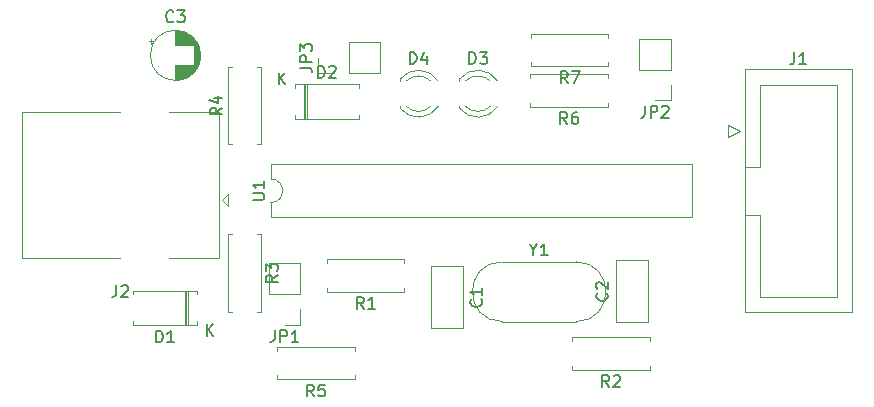
<source format=gbr>
%TF.GenerationSoftware,KiCad,Pcbnew,(5.1.7)-1*%
%TF.CreationDate,2020-11-28T16:53:41+05:30*%
%TF.ProjectId,usbasp_v1,75736261-7370-45f7-9631-2e6b69636164,v1*%
%TF.SameCoordinates,Original*%
%TF.FileFunction,Legend,Top*%
%TF.FilePolarity,Positive*%
%FSLAX46Y46*%
G04 Gerber Fmt 4.6, Leading zero omitted, Abs format (unit mm)*
G04 Created by KiCad (PCBNEW (5.1.7)-1) date 2020-11-28 16:53:41*
%MOMM*%
%LPD*%
G01*
G04 APERTURE LIST*
%ADD10C,0.120000*%
%ADD11C,0.150000*%
G04 APERTURE END LIST*
D10*
%TO.C,D3*%
X138698800Y-80044000D02*
X138698800Y-80200000D01*
X138698800Y-82360000D02*
X138698800Y-82516000D01*
X141299930Y-82359837D02*
G75*
G02*
X139217839Y-82360000I-1041130J1079837D01*
G01*
X141299930Y-80200163D02*
G75*
G03*
X139217839Y-80200000I-1041130J-1079837D01*
G01*
X141931135Y-82358608D02*
G75*
G02*
X138698800Y-82515516I-1672335J1078608D01*
G01*
X141931135Y-80201392D02*
G75*
G03*
X138698800Y-80044484I-1672335J-1078608D01*
G01*
%TO.C,R5*%
X129812800Y-105129200D02*
X129812800Y-105459200D01*
X129812800Y-105459200D02*
X123272800Y-105459200D01*
X123272800Y-105459200D02*
X123272800Y-105129200D01*
X129812800Y-103049200D02*
X129812800Y-102719200D01*
X129812800Y-102719200D02*
X123272800Y-102719200D01*
X123272800Y-102719200D02*
X123272800Y-103049200D01*
%TO.C,R3*%
X121537600Y-93199200D02*
X121867600Y-93199200D01*
X121867600Y-93199200D02*
X121867600Y-99739200D01*
X121867600Y-99739200D02*
X121537600Y-99739200D01*
X119457600Y-93199200D02*
X119127600Y-93199200D01*
X119127600Y-93199200D02*
X119127600Y-99739200D01*
X119127600Y-99739200D02*
X119457600Y-99739200D01*
%TO.C,R2*%
X154806400Y-104316400D02*
X154806400Y-104646400D01*
X154806400Y-104646400D02*
X148266400Y-104646400D01*
X148266400Y-104646400D02*
X148266400Y-104316400D01*
X154806400Y-102236400D02*
X154806400Y-101906400D01*
X154806400Y-101906400D02*
X148266400Y-101906400D01*
X148266400Y-101906400D02*
X148266400Y-102236400D01*
%TO.C,J1*%
X162831600Y-79219600D02*
X171951600Y-79219600D01*
X171951600Y-79219600D02*
X171951600Y-99799600D01*
X171951600Y-99799600D02*
X162831600Y-99799600D01*
X162831600Y-99799600D02*
X162831600Y-79219600D01*
X162831600Y-87459600D02*
X164141600Y-87459600D01*
X164141600Y-87459600D02*
X164141600Y-80519600D01*
X164141600Y-80519600D02*
X170641600Y-80519600D01*
X170641600Y-80519600D02*
X170641600Y-98499600D01*
X170641600Y-98499600D02*
X164141600Y-98499600D01*
X164141600Y-98499600D02*
X164141600Y-91559600D01*
X164141600Y-91559600D02*
X164141600Y-91559600D01*
X164141600Y-91559600D02*
X162831600Y-91559600D01*
X162441600Y-84429600D02*
X161441600Y-83929600D01*
X161441600Y-83929600D02*
X161441600Y-84929600D01*
X161441600Y-84929600D02*
X162441600Y-84429600D01*
%TO.C,JP2*%
X156574800Y-76648000D02*
X153914800Y-76648000D01*
X156574800Y-79248000D02*
X156574800Y-76648000D01*
X153914800Y-79248000D02*
X153914800Y-76648000D01*
X156574800Y-79248000D02*
X153914800Y-79248000D01*
X156574800Y-80518000D02*
X156574800Y-81848000D01*
X156574800Y-81848000D02*
X155244800Y-81848000D01*
%TO.C,C3*%
X116763600Y-78028800D02*
G75*
G03*
X116763600Y-78028800I-2120000J0D01*
G01*
X114643600Y-78868800D02*
X114643600Y-80108800D01*
X114643600Y-75948800D02*
X114643600Y-77188800D01*
X114683600Y-78868800D02*
X114683600Y-80108800D01*
X114683600Y-75948800D02*
X114683600Y-77188800D01*
X114723600Y-78868800D02*
X114723600Y-80107800D01*
X114723600Y-75949800D02*
X114723600Y-77188800D01*
X114763600Y-75951800D02*
X114763600Y-77188800D01*
X114763600Y-78868800D02*
X114763600Y-80105800D01*
X114803600Y-75954800D02*
X114803600Y-77188800D01*
X114803600Y-78868800D02*
X114803600Y-80102800D01*
X114843600Y-75957800D02*
X114843600Y-77188800D01*
X114843600Y-78868800D02*
X114843600Y-80099800D01*
X114883600Y-75961800D02*
X114883600Y-77188800D01*
X114883600Y-78868800D02*
X114883600Y-80095800D01*
X114923600Y-75966800D02*
X114923600Y-77188800D01*
X114923600Y-78868800D02*
X114923600Y-80090800D01*
X114963600Y-75972800D02*
X114963600Y-77188800D01*
X114963600Y-78868800D02*
X114963600Y-80084800D01*
X115003600Y-75978800D02*
X115003600Y-77188800D01*
X115003600Y-78868800D02*
X115003600Y-80078800D01*
X115043600Y-75986800D02*
X115043600Y-77188800D01*
X115043600Y-78868800D02*
X115043600Y-80070800D01*
X115083600Y-75994800D02*
X115083600Y-77188800D01*
X115083600Y-78868800D02*
X115083600Y-80062800D01*
X115123600Y-76003800D02*
X115123600Y-77188800D01*
X115123600Y-78868800D02*
X115123600Y-80053800D01*
X115163600Y-76012800D02*
X115163600Y-77188800D01*
X115163600Y-78868800D02*
X115163600Y-80044800D01*
X115203600Y-76023800D02*
X115203600Y-77188800D01*
X115203600Y-78868800D02*
X115203600Y-80033800D01*
X115243600Y-76034800D02*
X115243600Y-77188800D01*
X115243600Y-78868800D02*
X115243600Y-80022800D01*
X115283600Y-76046800D02*
X115283600Y-77188800D01*
X115283600Y-78868800D02*
X115283600Y-80010800D01*
X115323600Y-76060800D02*
X115323600Y-77188800D01*
X115323600Y-78868800D02*
X115323600Y-79996800D01*
X115364600Y-76074800D02*
X115364600Y-77188800D01*
X115364600Y-78868800D02*
X115364600Y-79982800D01*
X115404600Y-76088800D02*
X115404600Y-77188800D01*
X115404600Y-78868800D02*
X115404600Y-79968800D01*
X115444600Y-76104800D02*
X115444600Y-77188800D01*
X115444600Y-78868800D02*
X115444600Y-79952800D01*
X115484600Y-76121800D02*
X115484600Y-77188800D01*
X115484600Y-78868800D02*
X115484600Y-79935800D01*
X115524600Y-76139800D02*
X115524600Y-77188800D01*
X115524600Y-78868800D02*
X115524600Y-79917800D01*
X115564600Y-76158800D02*
X115564600Y-77188800D01*
X115564600Y-78868800D02*
X115564600Y-79898800D01*
X115604600Y-76177800D02*
X115604600Y-77188800D01*
X115604600Y-78868800D02*
X115604600Y-79879800D01*
X115644600Y-76198800D02*
X115644600Y-77188800D01*
X115644600Y-78868800D02*
X115644600Y-79858800D01*
X115684600Y-76220800D02*
X115684600Y-77188800D01*
X115684600Y-78868800D02*
X115684600Y-79836800D01*
X115724600Y-76243800D02*
X115724600Y-77188800D01*
X115724600Y-78868800D02*
X115724600Y-79813800D01*
X115764600Y-76268800D02*
X115764600Y-77188800D01*
X115764600Y-78868800D02*
X115764600Y-79788800D01*
X115804600Y-76293800D02*
X115804600Y-77188800D01*
X115804600Y-78868800D02*
X115804600Y-79763800D01*
X115844600Y-76320800D02*
X115844600Y-77188800D01*
X115844600Y-78868800D02*
X115844600Y-79736800D01*
X115884600Y-76348800D02*
X115884600Y-77188800D01*
X115884600Y-78868800D02*
X115884600Y-79708800D01*
X115924600Y-76378800D02*
X115924600Y-77188800D01*
X115924600Y-78868800D02*
X115924600Y-79678800D01*
X115964600Y-76409800D02*
X115964600Y-77188800D01*
X115964600Y-78868800D02*
X115964600Y-79647800D01*
X116004600Y-76441800D02*
X116004600Y-77188800D01*
X116004600Y-78868800D02*
X116004600Y-79615800D01*
X116044600Y-76476800D02*
X116044600Y-77188800D01*
X116044600Y-78868800D02*
X116044600Y-79580800D01*
X116084600Y-76512800D02*
X116084600Y-77188800D01*
X116084600Y-78868800D02*
X116084600Y-79544800D01*
X116124600Y-76550800D02*
X116124600Y-77188800D01*
X116124600Y-78868800D02*
X116124600Y-79506800D01*
X116164600Y-76590800D02*
X116164600Y-77188800D01*
X116164600Y-78868800D02*
X116164600Y-79466800D01*
X116204600Y-76632800D02*
X116204600Y-77188800D01*
X116204600Y-78868800D02*
X116204600Y-79424800D01*
X116244600Y-76677800D02*
X116244600Y-79379800D01*
X116284600Y-76724800D02*
X116284600Y-79332800D01*
X116324600Y-76774800D02*
X116324600Y-79282800D01*
X116364600Y-76828800D02*
X116364600Y-79228800D01*
X116404600Y-76886800D02*
X116404600Y-79170800D01*
X116444600Y-76948800D02*
X116444600Y-79108800D01*
X116484600Y-77015800D02*
X116484600Y-79041800D01*
X116524600Y-77088800D02*
X116524600Y-78968800D01*
X116564600Y-77169800D02*
X116564600Y-78887800D01*
X116604600Y-77260800D02*
X116604600Y-78796800D01*
X116644600Y-77364800D02*
X116644600Y-78692800D01*
X116684600Y-77491800D02*
X116684600Y-78565800D01*
X116724600Y-77658800D02*
X116724600Y-78398800D01*
X112373799Y-76833800D02*
X112773799Y-76833800D01*
X112573799Y-76633800D02*
X112573799Y-77033800D01*
%TO.C,U1*%
X122723600Y-90509600D02*
X122723600Y-91759600D01*
X122723600Y-91759600D02*
X158403600Y-91759600D01*
X158403600Y-91759600D02*
X158403600Y-87259600D01*
X158403600Y-87259600D02*
X122723600Y-87259600D01*
X122723600Y-87259600D02*
X122723600Y-88509600D01*
X122723600Y-88509600D02*
G75*
G02*
X122723600Y-90509600I0J-1000000D01*
G01*
%TO.C,Y1*%
X142317000Y-95519000D02*
X148567000Y-95519000D01*
X142317000Y-100569000D02*
X148567000Y-100569000D01*
X148567000Y-100569000D02*
G75*
G03*
X148567000Y-95519000I0J2525000D01*
G01*
X142317000Y-100569000D02*
G75*
G02*
X142317000Y-95519000I0J2525000D01*
G01*
%TO.C,R7*%
X151301200Y-78611600D02*
X151301200Y-78941600D01*
X151301200Y-78941600D02*
X144761200Y-78941600D01*
X144761200Y-78941600D02*
X144761200Y-78611600D01*
X151301200Y-76531600D02*
X151301200Y-76201600D01*
X151301200Y-76201600D02*
X144761200Y-76201600D01*
X144761200Y-76201600D02*
X144761200Y-76531600D01*
%TO.C,R6*%
X151250400Y-82066000D02*
X151250400Y-82396000D01*
X151250400Y-82396000D02*
X144710400Y-82396000D01*
X144710400Y-82396000D02*
X144710400Y-82066000D01*
X151250400Y-79986000D02*
X151250400Y-79656000D01*
X151250400Y-79656000D02*
X144710400Y-79656000D01*
X144710400Y-79656000D02*
X144710400Y-79986000D01*
%TO.C,R4*%
X119457600Y-85566000D02*
X119127600Y-85566000D01*
X119127600Y-85566000D02*
X119127600Y-79026000D01*
X119127600Y-79026000D02*
X119457600Y-79026000D01*
X121537600Y-85566000D02*
X121867600Y-85566000D01*
X121867600Y-85566000D02*
X121867600Y-79026000D01*
X121867600Y-79026000D02*
X121537600Y-79026000D01*
%TO.C,R1*%
X134029200Y-97712400D02*
X134029200Y-98042400D01*
X134029200Y-98042400D02*
X127489200Y-98042400D01*
X127489200Y-98042400D02*
X127489200Y-97712400D01*
X134029200Y-95632400D02*
X134029200Y-95302400D01*
X134029200Y-95302400D02*
X127489200Y-95302400D01*
X127489200Y-95302400D02*
X127489200Y-95632400D01*
%TO.C,JP3*%
X131936800Y-79562000D02*
X131936800Y-76902000D01*
X129336800Y-79562000D02*
X131936800Y-79562000D01*
X129336800Y-76902000D02*
X131936800Y-76902000D01*
X129336800Y-79562000D02*
X129336800Y-76902000D01*
X128066800Y-79562000D02*
X126736800Y-79562000D01*
X126736800Y-79562000D02*
X126736800Y-78232000D01*
%TO.C,JP1*%
X125231200Y-95647200D02*
X122571200Y-95647200D01*
X125231200Y-98247200D02*
X125231200Y-95647200D01*
X122571200Y-98247200D02*
X122571200Y-95647200D01*
X125231200Y-98247200D02*
X122571200Y-98247200D01*
X125231200Y-99517200D02*
X125231200Y-100847200D01*
X125231200Y-100847200D02*
X123901200Y-100847200D01*
%TO.C,J2*%
X114078400Y-95181600D02*
X118338400Y-95181600D01*
X118338400Y-95181600D02*
X118338400Y-82861600D01*
X118338400Y-82861600D02*
X114078400Y-82861600D01*
X109978400Y-95181600D02*
X101618400Y-95181600D01*
X101618400Y-95181600D02*
X101618400Y-82861600D01*
X101618400Y-82861600D02*
X109978400Y-82861600D01*
X118558400Y-90271600D02*
X119058400Y-90771600D01*
X119058400Y-90771600D02*
X119058400Y-89771600D01*
X119058400Y-89771600D02*
X118558400Y-90271600D01*
%TO.C,D4*%
X133669600Y-80044000D02*
X133669600Y-80200000D01*
X133669600Y-82360000D02*
X133669600Y-82516000D01*
X136270730Y-82359837D02*
G75*
G02*
X134188639Y-82360000I-1041130J1079837D01*
G01*
X136270730Y-80200163D02*
G75*
G03*
X134188639Y-80200000I-1041130J-1079837D01*
G01*
X136901935Y-82358608D02*
G75*
G02*
X133669600Y-82515516I-1672335J1078608D01*
G01*
X136901935Y-80201392D02*
G75*
G03*
X133669600Y-80044484I-1672335J-1078608D01*
G01*
%TO.C,D2*%
X124737200Y-80800400D02*
X124737200Y-80470400D01*
X124737200Y-80470400D02*
X130177200Y-80470400D01*
X130177200Y-80470400D02*
X130177200Y-80800400D01*
X124737200Y-83080400D02*
X124737200Y-83410400D01*
X124737200Y-83410400D02*
X130177200Y-83410400D01*
X130177200Y-83410400D02*
X130177200Y-83080400D01*
X125637200Y-80470400D02*
X125637200Y-83410400D01*
X125757200Y-80470400D02*
X125757200Y-83410400D01*
X125517200Y-80470400D02*
X125517200Y-83410400D01*
%TO.C,D1*%
X116461200Y-100555600D02*
X116461200Y-100885600D01*
X116461200Y-100885600D02*
X111021200Y-100885600D01*
X111021200Y-100885600D02*
X111021200Y-100555600D01*
X116461200Y-98275600D02*
X116461200Y-97945600D01*
X116461200Y-97945600D02*
X111021200Y-97945600D01*
X111021200Y-97945600D02*
X111021200Y-98275600D01*
X115561200Y-100885600D02*
X115561200Y-97945600D01*
X115441200Y-100885600D02*
X115441200Y-97945600D01*
X115681200Y-100885600D02*
X115681200Y-97945600D01*
%TO.C,C2*%
X151944400Y-100633200D02*
X151944400Y-95393200D01*
X154684400Y-100633200D02*
X154684400Y-95393200D01*
X151944400Y-100633200D02*
X154684400Y-100633200D01*
X151944400Y-95393200D02*
X154684400Y-95393200D01*
%TO.C,C1*%
X139038000Y-95912000D02*
X139038000Y-101152000D01*
X136298000Y-95912000D02*
X136298000Y-101152000D01*
X139038000Y-95912000D02*
X136298000Y-95912000D01*
X139038000Y-101152000D02*
X136298000Y-101152000D01*
%TO.C,D3*%
D11*
X139520704Y-78772380D02*
X139520704Y-77772380D01*
X139758800Y-77772380D01*
X139901657Y-77820000D01*
X139996895Y-77915238D01*
X140044514Y-78010476D01*
X140092133Y-78200952D01*
X140092133Y-78343809D01*
X140044514Y-78534285D01*
X139996895Y-78629523D01*
X139901657Y-78724761D01*
X139758800Y-78772380D01*
X139520704Y-78772380D01*
X140425466Y-77772380D02*
X141044514Y-77772380D01*
X140711180Y-78153333D01*
X140854038Y-78153333D01*
X140949276Y-78200952D01*
X140996895Y-78248571D01*
X141044514Y-78343809D01*
X141044514Y-78581904D01*
X140996895Y-78677142D01*
X140949276Y-78724761D01*
X140854038Y-78772380D01*
X140568323Y-78772380D01*
X140473085Y-78724761D01*
X140425466Y-78677142D01*
%TO.C,R5*%
X126376133Y-106911580D02*
X126042800Y-106435390D01*
X125804704Y-106911580D02*
X125804704Y-105911580D01*
X126185657Y-105911580D01*
X126280895Y-105959200D01*
X126328514Y-106006819D01*
X126376133Y-106102057D01*
X126376133Y-106244914D01*
X126328514Y-106340152D01*
X126280895Y-106387771D01*
X126185657Y-106435390D01*
X125804704Y-106435390D01*
X127280895Y-105911580D02*
X126804704Y-105911580D01*
X126757085Y-106387771D01*
X126804704Y-106340152D01*
X126899942Y-106292533D01*
X127138038Y-106292533D01*
X127233276Y-106340152D01*
X127280895Y-106387771D01*
X127328514Y-106483009D01*
X127328514Y-106721104D01*
X127280895Y-106816342D01*
X127233276Y-106863961D01*
X127138038Y-106911580D01*
X126899942Y-106911580D01*
X126804704Y-106863961D01*
X126757085Y-106816342D01*
%TO.C,R3*%
X123319980Y-96635866D02*
X122843790Y-96969200D01*
X123319980Y-97207295D02*
X122319980Y-97207295D01*
X122319980Y-96826342D01*
X122367600Y-96731104D01*
X122415219Y-96683485D01*
X122510457Y-96635866D01*
X122653314Y-96635866D01*
X122748552Y-96683485D01*
X122796171Y-96731104D01*
X122843790Y-96826342D01*
X122843790Y-97207295D01*
X122319980Y-96302533D02*
X122319980Y-95683485D01*
X122700933Y-96016819D01*
X122700933Y-95873961D01*
X122748552Y-95778723D01*
X122796171Y-95731104D01*
X122891409Y-95683485D01*
X123129504Y-95683485D01*
X123224742Y-95731104D01*
X123272361Y-95778723D01*
X123319980Y-95873961D01*
X123319980Y-96159676D01*
X123272361Y-96254914D01*
X123224742Y-96302533D01*
%TO.C,R2*%
X151369733Y-106098780D02*
X151036400Y-105622590D01*
X150798304Y-106098780D02*
X150798304Y-105098780D01*
X151179257Y-105098780D01*
X151274495Y-105146400D01*
X151322114Y-105194019D01*
X151369733Y-105289257D01*
X151369733Y-105432114D01*
X151322114Y-105527352D01*
X151274495Y-105574971D01*
X151179257Y-105622590D01*
X150798304Y-105622590D01*
X151750685Y-105194019D02*
X151798304Y-105146400D01*
X151893542Y-105098780D01*
X152131638Y-105098780D01*
X152226876Y-105146400D01*
X152274495Y-105194019D01*
X152322114Y-105289257D01*
X152322114Y-105384495D01*
X152274495Y-105527352D01*
X151703066Y-106098780D01*
X152322114Y-106098780D01*
%TO.C,J1*%
X167058266Y-77781980D02*
X167058266Y-78496266D01*
X167010647Y-78639123D01*
X166915409Y-78734361D01*
X166772552Y-78781980D01*
X166677314Y-78781980D01*
X168058266Y-78781980D02*
X167486838Y-78781980D01*
X167772552Y-78781980D02*
X167772552Y-77781980D01*
X167677314Y-77924838D01*
X167582076Y-78020076D01*
X167486838Y-78067695D01*
%TO.C,JP2*%
X154411466Y-82300380D02*
X154411466Y-83014666D01*
X154363847Y-83157523D01*
X154268609Y-83252761D01*
X154125752Y-83300380D01*
X154030514Y-83300380D01*
X154887657Y-83300380D02*
X154887657Y-82300380D01*
X155268609Y-82300380D01*
X155363847Y-82348000D01*
X155411466Y-82395619D01*
X155459085Y-82490857D01*
X155459085Y-82633714D01*
X155411466Y-82728952D01*
X155363847Y-82776571D01*
X155268609Y-82824190D01*
X154887657Y-82824190D01*
X155840038Y-82395619D02*
X155887657Y-82348000D01*
X155982895Y-82300380D01*
X156220990Y-82300380D01*
X156316228Y-82348000D01*
X156363847Y-82395619D01*
X156411466Y-82490857D01*
X156411466Y-82586095D01*
X156363847Y-82728952D01*
X155792419Y-83300380D01*
X156411466Y-83300380D01*
%TO.C,C3*%
X114476933Y-75135942D02*
X114429314Y-75183561D01*
X114286457Y-75231180D01*
X114191219Y-75231180D01*
X114048361Y-75183561D01*
X113953123Y-75088323D01*
X113905504Y-74993085D01*
X113857885Y-74802609D01*
X113857885Y-74659752D01*
X113905504Y-74469276D01*
X113953123Y-74374038D01*
X114048361Y-74278800D01*
X114191219Y-74231180D01*
X114286457Y-74231180D01*
X114429314Y-74278800D01*
X114476933Y-74326419D01*
X114810266Y-74231180D02*
X115429314Y-74231180D01*
X115095980Y-74612133D01*
X115238838Y-74612133D01*
X115334076Y-74659752D01*
X115381695Y-74707371D01*
X115429314Y-74802609D01*
X115429314Y-75040704D01*
X115381695Y-75135942D01*
X115334076Y-75183561D01*
X115238838Y-75231180D01*
X114953123Y-75231180D01*
X114857885Y-75183561D01*
X114810266Y-75135942D01*
%TO.C,U1*%
X121175980Y-90271504D02*
X121985504Y-90271504D01*
X122080742Y-90223885D01*
X122128361Y-90176266D01*
X122175980Y-90081028D01*
X122175980Y-89890552D01*
X122128361Y-89795314D01*
X122080742Y-89747695D01*
X121985504Y-89700076D01*
X121175980Y-89700076D01*
X122175980Y-88700076D02*
X122175980Y-89271504D01*
X122175980Y-88985790D02*
X121175980Y-88985790D01*
X121318838Y-89081028D01*
X121414076Y-89176266D01*
X121461695Y-89271504D01*
%TO.C,Y1*%
X144965809Y-94495190D02*
X144965809Y-94971380D01*
X144632476Y-93971380D02*
X144965809Y-94495190D01*
X145299142Y-93971380D01*
X146156285Y-94971380D02*
X145584857Y-94971380D01*
X145870571Y-94971380D02*
X145870571Y-93971380D01*
X145775333Y-94114238D01*
X145680095Y-94209476D01*
X145584857Y-94257095D01*
%TO.C,R7*%
X147864533Y-80393980D02*
X147531200Y-79917790D01*
X147293104Y-80393980D02*
X147293104Y-79393980D01*
X147674057Y-79393980D01*
X147769295Y-79441600D01*
X147816914Y-79489219D01*
X147864533Y-79584457D01*
X147864533Y-79727314D01*
X147816914Y-79822552D01*
X147769295Y-79870171D01*
X147674057Y-79917790D01*
X147293104Y-79917790D01*
X148197866Y-79393980D02*
X148864533Y-79393980D01*
X148435961Y-80393980D01*
%TO.C,R6*%
X147813733Y-83848380D02*
X147480400Y-83372190D01*
X147242304Y-83848380D02*
X147242304Y-82848380D01*
X147623257Y-82848380D01*
X147718495Y-82896000D01*
X147766114Y-82943619D01*
X147813733Y-83038857D01*
X147813733Y-83181714D01*
X147766114Y-83276952D01*
X147718495Y-83324571D01*
X147623257Y-83372190D01*
X147242304Y-83372190D01*
X148670876Y-82848380D02*
X148480400Y-82848380D01*
X148385161Y-82896000D01*
X148337542Y-82943619D01*
X148242304Y-83086476D01*
X148194685Y-83276952D01*
X148194685Y-83657904D01*
X148242304Y-83753142D01*
X148289923Y-83800761D01*
X148385161Y-83848380D01*
X148575638Y-83848380D01*
X148670876Y-83800761D01*
X148718495Y-83753142D01*
X148766114Y-83657904D01*
X148766114Y-83419809D01*
X148718495Y-83324571D01*
X148670876Y-83276952D01*
X148575638Y-83229333D01*
X148385161Y-83229333D01*
X148289923Y-83276952D01*
X148242304Y-83324571D01*
X148194685Y-83419809D01*
%TO.C,R4*%
X118579980Y-82462666D02*
X118103790Y-82796000D01*
X118579980Y-83034095D02*
X117579980Y-83034095D01*
X117579980Y-82653142D01*
X117627600Y-82557904D01*
X117675219Y-82510285D01*
X117770457Y-82462666D01*
X117913314Y-82462666D01*
X118008552Y-82510285D01*
X118056171Y-82557904D01*
X118103790Y-82653142D01*
X118103790Y-83034095D01*
X117913314Y-81605523D02*
X118579980Y-81605523D01*
X117532361Y-81843619D02*
X118246647Y-82081714D01*
X118246647Y-81462666D01*
%TO.C,R1*%
X130592533Y-99494780D02*
X130259200Y-99018590D01*
X130021104Y-99494780D02*
X130021104Y-98494780D01*
X130402057Y-98494780D01*
X130497295Y-98542400D01*
X130544914Y-98590019D01*
X130592533Y-98685257D01*
X130592533Y-98828114D01*
X130544914Y-98923352D01*
X130497295Y-98970971D01*
X130402057Y-99018590D01*
X130021104Y-99018590D01*
X131544914Y-99494780D02*
X130973485Y-99494780D01*
X131259200Y-99494780D02*
X131259200Y-98494780D01*
X131163961Y-98637638D01*
X131068723Y-98732876D01*
X130973485Y-98780495D01*
%TO.C,JP3*%
X125189180Y-79065333D02*
X125903466Y-79065333D01*
X126046323Y-79112952D01*
X126141561Y-79208190D01*
X126189180Y-79351047D01*
X126189180Y-79446285D01*
X126189180Y-78589142D02*
X125189180Y-78589142D01*
X125189180Y-78208190D01*
X125236800Y-78112952D01*
X125284419Y-78065333D01*
X125379657Y-78017714D01*
X125522514Y-78017714D01*
X125617752Y-78065333D01*
X125665371Y-78112952D01*
X125712990Y-78208190D01*
X125712990Y-78589142D01*
X125189180Y-77684380D02*
X125189180Y-77065333D01*
X125570133Y-77398666D01*
X125570133Y-77255809D01*
X125617752Y-77160571D01*
X125665371Y-77112952D01*
X125760609Y-77065333D01*
X125998704Y-77065333D01*
X126093942Y-77112952D01*
X126141561Y-77160571D01*
X126189180Y-77255809D01*
X126189180Y-77541523D01*
X126141561Y-77636761D01*
X126093942Y-77684380D01*
%TO.C,JP1*%
X123067866Y-101299580D02*
X123067866Y-102013866D01*
X123020247Y-102156723D01*
X122925009Y-102251961D01*
X122782152Y-102299580D01*
X122686914Y-102299580D01*
X123544057Y-102299580D02*
X123544057Y-101299580D01*
X123925009Y-101299580D01*
X124020247Y-101347200D01*
X124067866Y-101394819D01*
X124115485Y-101490057D01*
X124115485Y-101632914D01*
X124067866Y-101728152D01*
X124020247Y-101775771D01*
X123925009Y-101823390D01*
X123544057Y-101823390D01*
X125067866Y-102299580D02*
X124496438Y-102299580D01*
X124782152Y-102299580D02*
X124782152Y-101299580D01*
X124686914Y-101442438D01*
X124591676Y-101537676D01*
X124496438Y-101585295D01*
%TO.C,J2*%
X109645066Y-97493980D02*
X109645066Y-98208266D01*
X109597447Y-98351123D01*
X109502209Y-98446361D01*
X109359352Y-98493980D01*
X109264114Y-98493980D01*
X110073638Y-97589219D02*
X110121257Y-97541600D01*
X110216495Y-97493980D01*
X110454590Y-97493980D01*
X110549828Y-97541600D01*
X110597447Y-97589219D01*
X110645066Y-97684457D01*
X110645066Y-97779695D01*
X110597447Y-97922552D01*
X110026019Y-98493980D01*
X110645066Y-98493980D01*
%TO.C,D4*%
X134491504Y-78772380D02*
X134491504Y-77772380D01*
X134729600Y-77772380D01*
X134872457Y-77820000D01*
X134967695Y-77915238D01*
X135015314Y-78010476D01*
X135062933Y-78200952D01*
X135062933Y-78343809D01*
X135015314Y-78534285D01*
X134967695Y-78629523D01*
X134872457Y-78724761D01*
X134729600Y-78772380D01*
X134491504Y-78772380D01*
X135920076Y-78105714D02*
X135920076Y-78772380D01*
X135681980Y-77724761D02*
X135443885Y-78439047D01*
X136062933Y-78439047D01*
%TO.C,D2*%
X126719104Y-79922780D02*
X126719104Y-78922780D01*
X126957200Y-78922780D01*
X127100057Y-78970400D01*
X127195295Y-79065638D01*
X127242914Y-79160876D01*
X127290533Y-79351352D01*
X127290533Y-79494209D01*
X127242914Y-79684685D01*
X127195295Y-79779923D01*
X127100057Y-79875161D01*
X126957200Y-79922780D01*
X126719104Y-79922780D01*
X127671485Y-79018019D02*
X127719104Y-78970400D01*
X127814342Y-78922780D01*
X128052438Y-78922780D01*
X128147676Y-78970400D01*
X128195295Y-79018019D01*
X128242914Y-79113257D01*
X128242914Y-79208495D01*
X128195295Y-79351352D01*
X127623866Y-79922780D01*
X128242914Y-79922780D01*
X123385295Y-80492780D02*
X123385295Y-79492780D01*
X123956723Y-80492780D02*
X123528152Y-79921352D01*
X123956723Y-79492780D02*
X123385295Y-80064209D01*
%TO.C,D1*%
X113003104Y-102337980D02*
X113003104Y-101337980D01*
X113241200Y-101337980D01*
X113384057Y-101385600D01*
X113479295Y-101480838D01*
X113526914Y-101576076D01*
X113574533Y-101766552D01*
X113574533Y-101909409D01*
X113526914Y-102099885D01*
X113479295Y-102195123D01*
X113384057Y-102290361D01*
X113241200Y-102337980D01*
X113003104Y-102337980D01*
X114526914Y-102337980D02*
X113955485Y-102337980D01*
X114241200Y-102337980D02*
X114241200Y-101337980D01*
X114145961Y-101480838D01*
X114050723Y-101576076D01*
X113955485Y-101623695D01*
X117289295Y-101767980D02*
X117289295Y-100767980D01*
X117860723Y-101767980D02*
X117432152Y-101196552D01*
X117860723Y-100767980D02*
X117289295Y-101339409D01*
%TO.C,C2*%
X151171542Y-98179866D02*
X151219161Y-98227485D01*
X151266780Y-98370342D01*
X151266780Y-98465580D01*
X151219161Y-98608438D01*
X151123923Y-98703676D01*
X151028685Y-98751295D01*
X150838209Y-98798914D01*
X150695352Y-98798914D01*
X150504876Y-98751295D01*
X150409638Y-98703676D01*
X150314400Y-98608438D01*
X150266780Y-98465580D01*
X150266780Y-98370342D01*
X150314400Y-98227485D01*
X150362019Y-98179866D01*
X150362019Y-97798914D02*
X150314400Y-97751295D01*
X150266780Y-97656057D01*
X150266780Y-97417961D01*
X150314400Y-97322723D01*
X150362019Y-97275104D01*
X150457257Y-97227485D01*
X150552495Y-97227485D01*
X150695352Y-97275104D01*
X151266780Y-97846533D01*
X151266780Y-97227485D01*
%TO.C,C1*%
X140525142Y-98698666D02*
X140572761Y-98746285D01*
X140620380Y-98889142D01*
X140620380Y-98984380D01*
X140572761Y-99127238D01*
X140477523Y-99222476D01*
X140382285Y-99270095D01*
X140191809Y-99317714D01*
X140048952Y-99317714D01*
X139858476Y-99270095D01*
X139763238Y-99222476D01*
X139668000Y-99127238D01*
X139620380Y-98984380D01*
X139620380Y-98889142D01*
X139668000Y-98746285D01*
X139715619Y-98698666D01*
X140620380Y-97746285D02*
X140620380Y-98317714D01*
X140620380Y-98032000D02*
X139620380Y-98032000D01*
X139763238Y-98127238D01*
X139858476Y-98222476D01*
X139906095Y-98317714D01*
%TD*%
M02*

</source>
